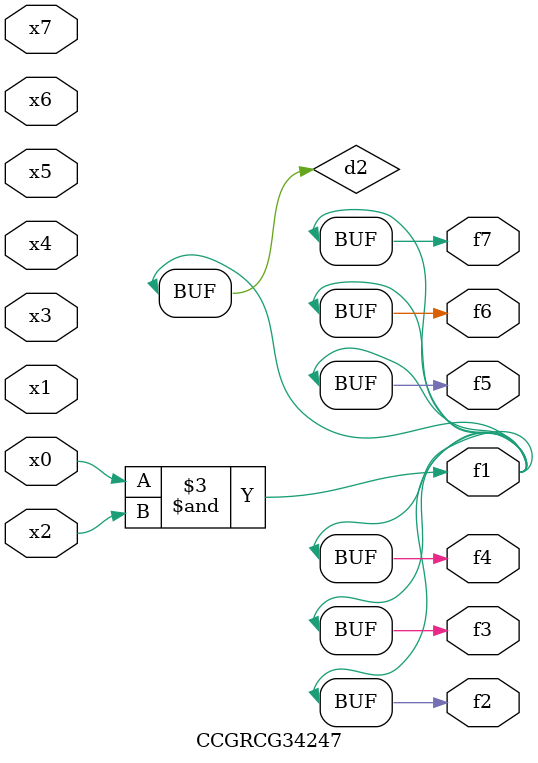
<source format=v>
module CCGRCG34247(
	input x0, x1, x2, x3, x4, x5, x6, x7,
	output f1, f2, f3, f4, f5, f6, f7
);

	wire d1, d2;

	nor (d1, x3, x6);
	and (d2, x0, x2);
	assign f1 = d2;
	assign f2 = d2;
	assign f3 = d2;
	assign f4 = d2;
	assign f5 = d2;
	assign f6 = d2;
	assign f7 = d2;
endmodule

</source>
